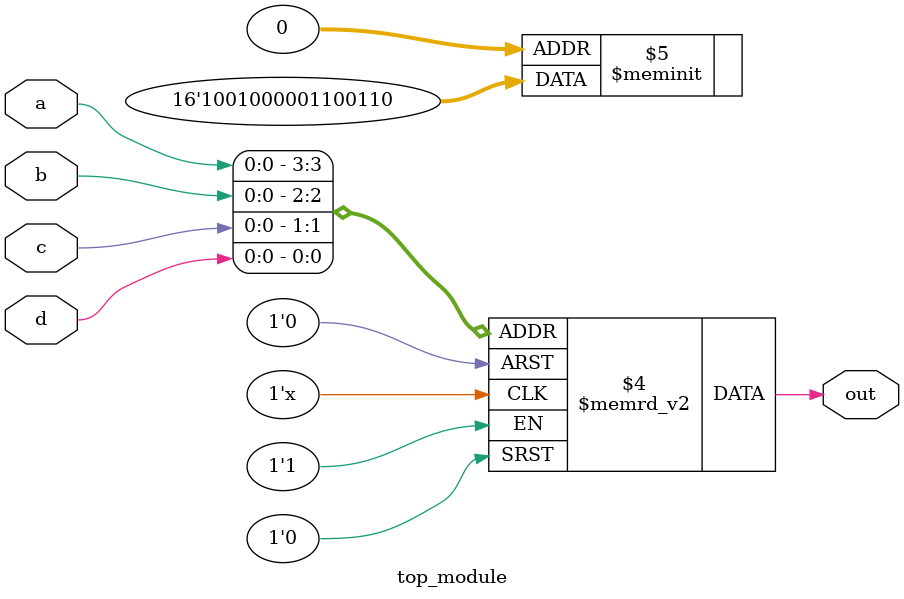
<source format=sv>
module top_module (
	input a, 
	input b,
	input c,
	input d,
	output reg out
);

always @(*) begin
	case ({a, b, c, d})
		4'b0000: out = 1'b0;
		4'b0001: out = 1'b1;
		4'b0011: out = 1'b0;
		4'b0010: out = 1'b1;
		4'b0110: out = 1'b1;
		4'b0111: out = 1'b0;
		4'b0101: out = 1'b1;
		4'b0100: out = 1'b0;
		4'b1100: out = 1'b1;
		4'b1101: out = 1'b0;
		4'b1111: out = 1'b1;
		4'b1110: out = 1'b0;
		default: out = 1'b0;
	endcase
end

endmodule

</source>
